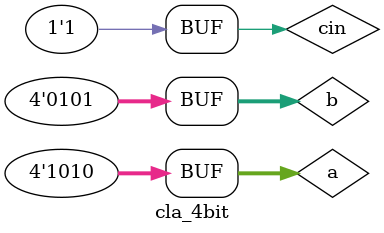
<source format=v>
`timescale 1ns / 1ps


module cla_4bit;

	// Inputs
	reg [3:0] a;
	reg [3:0] b;
	reg cin;

	// Outputs
	wire [4:0] c;
	wire [4:0] s;

	// Instantiate the Unit Under Test (UUT)
	CLA4bit uut (
		.a(a), 
		.b(b), 
		.cin(cin), 
		.c(c), 
		.s(s)
	);

	initial begin
		// Initialize Inputs
		a = 10;
		b = 5;
		cin = 1;

		// Wait 100 ns for global reset to finish
		#100;
        
		// Add stimulus here

	end
      
endmodule


</source>
